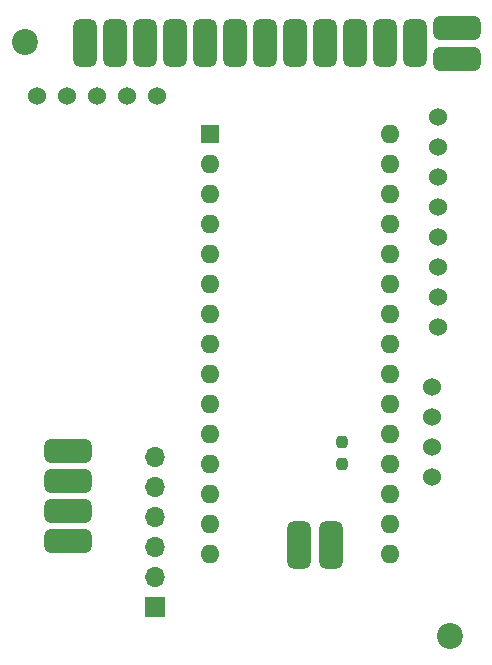
<source format=gbr>
%TF.GenerationSoftware,KiCad,Pcbnew,7.0.1*%
%TF.CreationDate,2023-04-24T16:46:27+02:00*%
%TF.ProjectId,STS,5354532e-6b69-4636-9164-5f7063625858,rev?*%
%TF.SameCoordinates,Original*%
%TF.FileFunction,Soldermask,Bot*%
%TF.FilePolarity,Negative*%
%FSLAX46Y46*%
G04 Gerber Fmt 4.6, Leading zero omitted, Abs format (unit mm)*
G04 Created by KiCad (PCBNEW 7.0.1) date 2023-04-24 16:46:27*
%MOMM*%
%LPD*%
G01*
G04 APERTURE LIST*
G04 Aperture macros list*
%AMRoundRect*
0 Rectangle with rounded corners*
0 $1 Rounding radius*
0 $2 $3 $4 $5 $6 $7 $8 $9 X,Y pos of 4 corners*
0 Add a 4 corners polygon primitive as box body*
4,1,4,$2,$3,$4,$5,$6,$7,$8,$9,$2,$3,0*
0 Add four circle primitives for the rounded corners*
1,1,$1+$1,$2,$3*
1,1,$1+$1,$4,$5*
1,1,$1+$1,$6,$7*
1,1,$1+$1,$8,$9*
0 Add four rect primitives between the rounded corners*
20,1,$1+$1,$2,$3,$4,$5,0*
20,1,$1+$1,$4,$5,$6,$7,0*
20,1,$1+$1,$6,$7,$8,$9,0*
20,1,$1+$1,$8,$9,$2,$3,0*%
G04 Aperture macros list end*
%ADD10RoundRect,0.500000X0.500000X1.500000X-0.500000X1.500000X-0.500000X-1.500000X0.500000X-1.500000X0*%
%ADD11RoundRect,0.500000X-1.500000X0.500000X-1.500000X-0.500000X1.500000X-0.500000X1.500000X0.500000X0*%
%ADD12C,1.524000*%
%ADD13RoundRect,0.500000X1.500000X-0.500000X1.500000X0.500000X-1.500000X0.500000X-1.500000X-0.500000X0*%
%ADD14R,1.700000X1.700000*%
%ADD15O,1.700000X1.700000*%
%ADD16C,2.200000*%
%ADD17R,1.600000X1.600000*%
%ADD18O,1.600000X1.600000*%
%ADD19RoundRect,0.237500X0.237500X-0.250000X0.237500X0.250000X-0.237500X0.250000X-0.237500X-0.250000X0*%
G04 APERTURE END LIST*
D10*
%TO.C,*%
X125200000Y-106300000D03*
%TD*%
%TO.C,*%
X127900000Y-106300000D03*
%TD*%
D11*
%TO.C,*%
X138600000Y-65100000D03*
%TD*%
%TO.C,*%
X138600000Y-62500000D03*
%TD*%
D12*
%TO.C,U2*%
X136507000Y-92863000D03*
X136507000Y-95403000D03*
X136507000Y-97943000D03*
X136507000Y-100483000D03*
%TD*%
D13*
%TO.C,GND*%
X105700000Y-105920000D03*
%TD*%
%TO.C,L1*%
X105700000Y-103380000D03*
%TD*%
%TO.C,GND*%
X105700000Y-100840000D03*
%TD*%
%TO.C,L2*%
X105700000Y-98300000D03*
%TD*%
D10*
%TO.C,REF\u002A\u002A7*%
X117260000Y-63800000D03*
%TD*%
%TO.C,REF\u002A\u002A5*%
X122340000Y-63800000D03*
%TD*%
D14*
%TO.C,U3*%
X113000000Y-111540000D03*
D15*
X113000000Y-109000000D03*
X113000000Y-106460000D03*
X113000000Y-103920000D03*
X113000000Y-101380000D03*
X113000000Y-98840000D03*
%TD*%
D10*
%TO.C,REF\u002A\u002A10*%
X109640000Y-63800000D03*
%TD*%
%TO.C,REF\u002A\u002A*%
X135040000Y-63800000D03*
%TD*%
%TO.C,REF\u002A\u002A11*%
X107100000Y-63800000D03*
%TD*%
D12*
%TO.C,U6*%
X113207000Y-68262500D03*
X110667000Y-68262500D03*
X108127000Y-68262500D03*
X105587000Y-68262500D03*
X103047000Y-68262500D03*
%TD*%
D10*
%TO.C,REF\u002A\u002A9*%
X112180000Y-63800000D03*
%TD*%
%TO.C,REF\u002A\u002A6*%
X119800000Y-63800000D03*
%TD*%
%TO.C,REF\u002A\u002A1*%
X132500000Y-63800000D03*
%TD*%
D16*
%TO.C,REF\u002A\u002A*%
X138000000Y-114000000D03*
%TD*%
D10*
%TO.C,REF\u002A\u002A2*%
X129960000Y-63800000D03*
%TD*%
%TO.C,REF\u002A\u002A3*%
X127420000Y-63800000D03*
%TD*%
%TO.C,REF\u002A\u002A8*%
X114720000Y-63800000D03*
%TD*%
D17*
%TO.C,A1*%
X117697000Y-71484000D03*
D18*
X117697000Y-74024000D03*
X117697000Y-76564000D03*
X117697000Y-79104000D03*
X117697000Y-81644000D03*
X117697000Y-84184000D03*
X117697000Y-86724000D03*
X117697000Y-89264000D03*
X117697000Y-91804000D03*
X117697000Y-94344000D03*
X117697000Y-96884000D03*
X117697000Y-99424000D03*
X117697000Y-101964000D03*
X117697000Y-104504000D03*
X117697000Y-107044000D03*
X132937000Y-107044000D03*
X132937000Y-104504000D03*
X132937000Y-101964000D03*
X132937000Y-99424000D03*
X132937000Y-96884000D03*
X132937000Y-94344000D03*
X132937000Y-91804000D03*
X132937000Y-89264000D03*
X132937000Y-86724000D03*
X132937000Y-84184000D03*
X132937000Y-81644000D03*
X132937000Y-79104000D03*
X132937000Y-76564000D03*
X132937000Y-74024000D03*
X132937000Y-71484000D03*
%TD*%
D16*
%TO.C,REF\u002A\u002A*%
X102000000Y-63700000D03*
%TD*%
D10*
%TO.C,REF\u002A\u002A4*%
X124880000Y-63800000D03*
%TD*%
D12*
%TO.C,U4*%
X137000000Y-70080000D03*
X137000000Y-72620000D03*
X137000000Y-75160000D03*
X137000000Y-77700000D03*
X137000000Y-80240000D03*
X137000000Y-82780000D03*
X137000000Y-85320000D03*
X137000000Y-87860000D03*
%TD*%
D19*
%TO.C,R1*%
X128900000Y-99425000D03*
X128900000Y-97600000D03*
%TD*%
M02*

</source>
